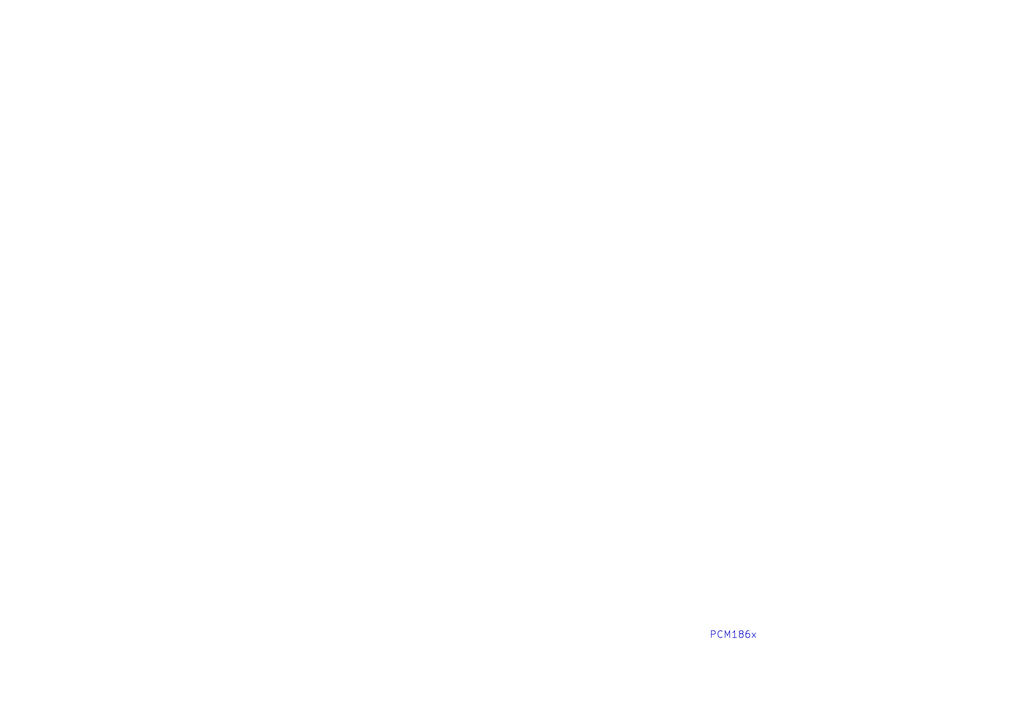
<source format=kicad_sch>
(kicad_sch (version 20230121) (generator eeschema)
  (paper "A4")
  (title_block (title "ADC") (date "01/2023") (rev "A") (comment 1 "Preampifier A/D"))
  (lib_symbols)
  (text "PCM186x" (at 205.74 185.42 0) (effects (font (size 2 2)) (justify left bottom)))
)
</source>
